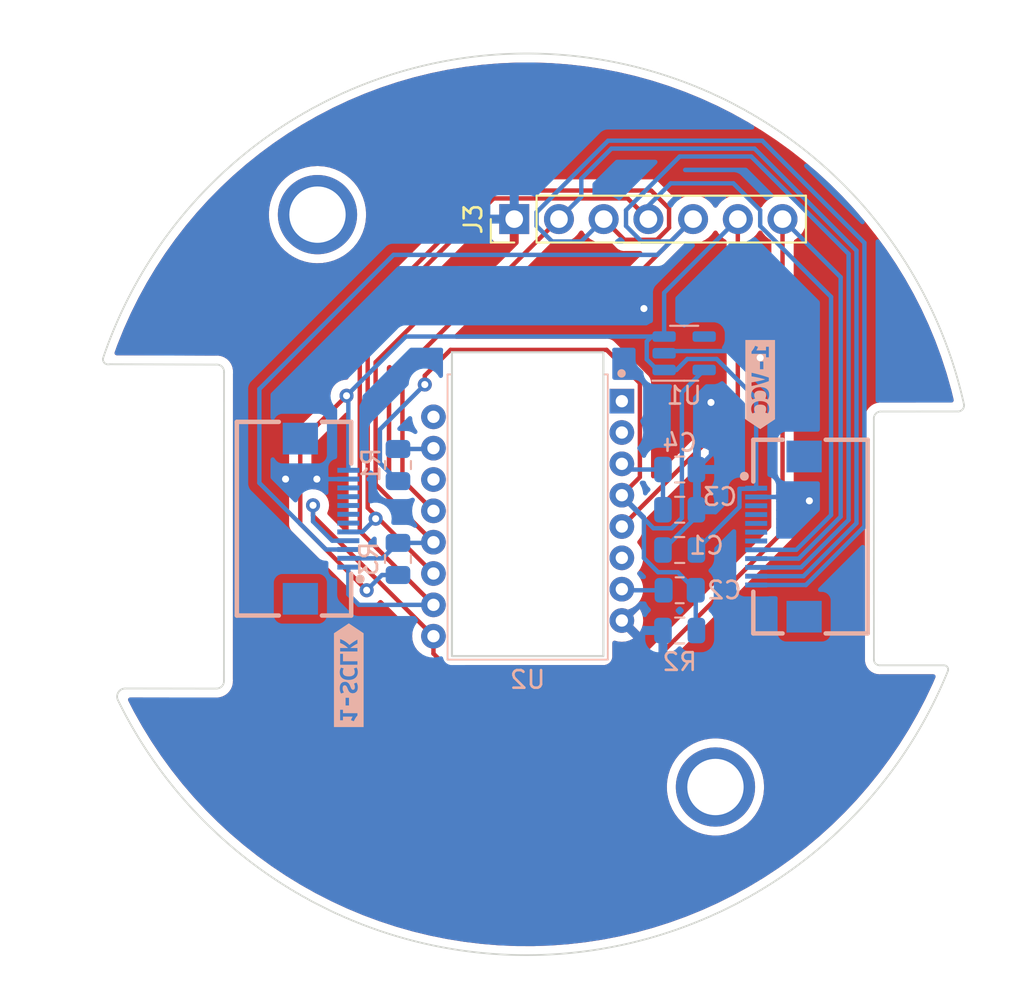
<source format=kicad_pcb>
(kicad_pcb (version 20211014) (generator pcbnew)
  (layers (0 "F.Cu" signal) (31 "B.Cu" signal) (34 "B.Paste" user) (35 "F.Paste" user) (36 "B.SilkS" user "B.Silkscreen") (37 "F.SilkS" user "F.Silkscreen") (38 "B.Mask" user) (39 "F.Mask" user) (44 "Edge.Cuts" user))
  (net 0 "")
  (net 1 "VCC")
  (net 2 "GND")
  (net 3 "VDD")
  (net 4 "Net-(C3-Pad1)")
  (net 10 "MOSI")
  (net 11 "MOTION")
  (net 12 "NCS")
  (net 13 "MISO")
  (net 14 "SCLK")
  (net 20 "Net-(R1-Pad2)")
  (net 21 "Net-(R2-Pad1)")
  (footprint "Connector_PinHeader_2.54mm:PinHeader_1x07_P2.54mm_Vertical" (layer "F.Cu") (at 153.67 46.99 90)
    (fp_text reference "J3" (at 0 -2.33 90) (layer "F.SilkS"))
    (fp_text value "Conn_01x06_Female")
    (fp_line (start -1.33 16.57) (end 1.33 16.57) (layer "F.SilkS") (width 0.12))
    (fp_line (start -1.33 1.27) (end 1.33 1.27) (layer "F.SilkS") (width 0.12))
    (fp_line (start 1.33 1.27) (end 1.33 16.57) (layer "F.SilkS") (width 0.12))
    (fp_line (start -1.33 -1.33) (end 0 -1.33) (layer "F.SilkS") (width 0.12))
    (fp_line (start -1.33 1.27) (end -1.33 16.57) (layer "F.SilkS") (width 0.12))
    (fp_line (start -1.33 0) (end -1.33 -1.33) (layer "F.SilkS") (width 0.12))
    (pad "1" thru_hole rect (at 0 0 90) (size 1.7 1.7) (drill 1) (layers *.Cu *.Mask) (net 2 "GND"))
    (pad "2" thru_hole oval (at 0 2.54 90) (size 1.7 1.7) (drill 1) (layers *.Cu *.Mask) (net 13 "MISO"))
    (pad "3" thru_hole oval (at 0 5.08 90) (size 1.7 1.7) (drill 1) (layers *.Cu *.Mask) (net 14 "SCLK"))
    (pad "4" thru_hole oval (at 0 7.62 90) (size 1.7 1.7) (drill 1) (layers *.Cu *.Mask) (net 10 "MOSI"))
    (pad "5" thru_hole oval (at 0 10.16 90) (size 1.7 1.7) (drill 1) (layers *.Cu *.Mask) (net 12 "NCS"))
    (pad "6" thru_hole oval (at 0 12.7 90) (size 1.7 1.7) (drill 1) (layers *.Cu *.Mask) (net 1 "VCC"))
    (pad "7" thru_hole oval (at 0 15.24 90) (size 1.7 1.7) (drill 1) (layers *.Cu *.Mask) (net 11 "MOTION"))
  )
  (footprint "" (layer "F.Cu") (at 142.494 46.736)
    (fp_text reference "" (at 0 0) (layer "F.SilkS") (effects (font (size 1.27 1.27))))
    (fp_text value "" (at 0 0) (layer "F.SilkS") (effects (font (size 1.27 1.27))))
    (pad "1" thru_hole circle (at 0 0) (size 4.5 4.5) (drill 3.2) (layers *.Cu *.Mask))
  )
  (footprint "" (layer "F.Cu") (at 165.1 79.248)
    (fp_text reference "" (at 0 0) (layer "F.SilkS") (effects (font (size 1.27 1.27))))
    (fp_text value "" (at 0 0) (layer "F.SilkS") (effects (font (size 1.27 1.27))))
    (pad "1" thru_hole circle (at 0 0) (size 4.5 4.5) (drill 3.2) (layers *.Cu *.Mask))
  )
  (footprint "Resistor_SMD:R_0805_2012Metric" (layer "B.Cu") (at 147.066 60.96 90)
    (fp_text reference "R1" (at 0 -1.524 90) (layer "B.SilkS") (effects (justify mirror)))
    (fp_text value "39")
    (fp_line (start -0.227064 -0.735) (end 0.227064 -0.735) (layer "B.SilkS") (width 0.12))
    (fp_line (start -0.227064 0.735) (end 0.227064 0.735) (layer "B.SilkS") (width 0.12))
    (pad "1" smd roundrect (at -0.9125 0 90) (size 1.025 1.4) (layers "B.Cu" "B.Paste" "B.Mask") (roundrect_rratio 0.243902) (net 3 "VDD"))
    (pad "2" smd roundrect (at 0.9125 0 90) (size 1.025 1.4) (layers "B.Cu" "B.Paste" "B.Mask") (roundrect_rratio 0.243902) (net 20 "Net-(R1-Pad2)"))
  )
  (footprint "Alaa:PMW3360DM-T2QU" (layer "B.Cu") (at 154.432 62.992 -90)
    (fp_text reference "U2" (at 10.16 0) (layer "B.SilkS") (effects (justify mirror)))
    (fp_text value "PMW3360DM-T2QU")
    (fp_line (start -7.18 -4.55) (end -7.18 -4.318) (layer "B.SilkS") (width 0.1))
    (fp_line (start 9.02 4.55) (end 9.02 -4.55) (layer "B.SilkS") (width 0.1))
    (fp_line (start -7.18 4.55) (end 9.02 4.55) (layer "B.SilkS") (width 0.1))
    (fp_line (start 9.02 -4.55) (end -7.18 -4.55) (layer "B.SilkS") (width 0.1))
    (fp_line (start -7.18 4.318) (end -7.18 4.55) (layer "B.SilkS") (width 0.1))
    (fp_circle (center -7.239 -5.334) (end -7.059395 -5.334) (layer "B.SilkS") (width 0.12) (fill solid))
    (fp_rect (start -8.44 4.3) (end 8.82 -4.3) (layer "Edge.Cuts") (width 0.12) (fill none))
    (pad "1" thru_hole rect (at -5.66 -5.35 270) (size 1.4 1.4) (drill 0.7) (layers *.Cu *.Mask))
    (pad "2" thru_hole circle (at -3.88 -5.35 270) (size 1.4 1.4) (drill 0.7) (layers *.Cu *.Mask))
    (pad "3" thru_hole circle (at -2.1 -5.35 270) (size 1.4 1.4) (drill 0.7) (layers *.Cu *.Mask) (net 4 "Net-(C3-Pad1)"))
    (pad "4" thru_hole circle (at -0.32 -5.35 270) (size 1.4 1.4) (drill 0.7) (layers *.Cu *.Mask) (net 3 "VDD"))
    (pad "5" thru_hole circle (at 1.46 -5.35 270) (size 1.4 1.4) (drill 0.7) (layers *.Cu *.Mask) (net 1 "VCC"))
    (pad "6" thru_hole circle (at 3.24 -5.35 270) (size 1.4 1.4) (drill 0.7) (layers *.Cu *.Mask))
    (pad "7" thru_hole circle (at 5.02 -5.35 270) (size 1.4 1.4) (drill 0.7) (layers *.Cu *.Mask) (net 21 "Net-(R2-Pad1)"))
    (pad "8" thru_hole circle (at 6.8 -5.35 270) (size 1.4 1.4) (drill 0.7) (layers *.Cu *.Mask) (net 2 "GND"))
    (pad "9" thru_hole circle (at 7.69 5.35 270) (size 1.4 1.4) (drill 0.7) (layers *.Cu *.Mask) (net 11 "MOTION"))
    (pad "10" thru_hole circle (at 5.91 5.35 270) (size 1.4 1.4) (drill 0.7) (layers *.Cu *.Mask) (net 14 "SCLK"))
    (pad "11" thru_hole circle (at 4.13 5.35 270) (size 1.4 1.4) (drill 0.7) (layers *.Cu *.Mask) (net 10 "MOSI"))
    (pad "12" thru_hole circle (at 2.35 5.35 270) (size 1.4 1.4) (drill 0.7) (layers *.Cu *.Mask) (net 13 "MISO"))
    (pad "13" thru_hole circle (at 0.57 5.35 270) (size 1.4 1.4) (drill 0.7) (layers *.Cu *.Mask) (net 12 "NCS"))
    (pad "14" thru_hole circle (at -1.21 5.35 270) (size 1.4 1.4) (drill 0.7) (layers *.Cu *.Mask))
    (pad "15" thru_hole circle (at -2.99 5.35 270) (size 1.4 1.4) (drill 0.7) (layers *.Cu *.Mask) (net 20 "Net-(R1-Pad2)"))
    (pad "16" thru_hole circle (at -4.77 5.35 270) (size 1.4 1.4) (drill 0.7) (layers *.Cu *.Mask))
  )
  (footprint "Capacitor_SMD:C_0805_2012Metric" (layer "B.Cu") (at 163.068 65.786 180)
    (fp_text reference "C1" (at -1.524 0.254) (layer "B.SilkS") (effects (justify mirror)))
    (fp_text value "0.1uF")
    (fp_line (start -0.261252 0.735) (end 0.261252 0.735) (layer "B.SilkS") (width 0.12))
    (fp_line (start -0.261252 -0.735) (end 0.261252 -0.735) (layer "B.SilkS") (width 0.12))
    (pad "1" smd roundrect (at -0.95 0 180) (size 1 1.45) (layers "B.Cu" "B.Paste" "B.Mask") (net 1 "VCC"))
    (pad "2" smd roundrect (at 0.95 0 180) (size 1 1.45) (layers "B.Cu" "B.Paste" "B.Mask") (net 2 "GND"))
  )
  (footprint "Alaa:FPC-SMD_FPC05012-09200-.5mm-rev" (layer "B.Cu") (at 142.884 64.008 90)
    (fp_text reference "J2" hide)
    (fp_text value "Conn_01x12_Female" hide)
    (fp_line (start 5.5 -4.971) (end 5.5 -2.588) (layer "B.SilkS") (width 0.254))
    (fp_line (start 5.5 1.524) (end 3.131 1.524) (layer "B.SilkS") (width 0.254))
    (fp_line (start -5.5 -0.137) (end -5.5 1.524) (layer "B.SilkS") (width 0.254))
    (fp_line (start 5.5 -4.971) (end -5.5 -4.971) (layer "B.SilkS") (width 0.254))
    (fp_line (start -5.5 -4.971) (end -5.5 -2.588) (layer "B.SilkS") (width 0.254))
    (fp_line (start 5.5 -0.137) (end 5.5 1.524) (layer "B.SilkS") (width 0.254))
    (fp_line (start -5.5 1.524) (end -3.131 1.524) (layer "B.SilkS") (width 0.254))
    (fp_circle (center -3.429 2.032) (end -3.302 2.032) (layer "B.SilkS") (width 0.254) (fill none))
    (pad "1" smd rect (at -2.75 1.362 90) (size 0.28 1.25) (layers "B.Cu" "B.Paste" "B.Mask") (net 14 "SCLK"))
    (pad "2" smd rect (at -2.25 1.362 90) (size 0.28 1.25) (layers "B.Cu" "B.Paste" "B.Mask") (net 13 "MISO"))
    (pad "3" smd rect (at -1.75 1.362 90) (size 0.28 1.25) (layers "B.Cu" "B.Paste" "B.Mask") (net 12 "NCS"))
    (pad "4" smd rect (at -1.25 1.362 90) (size 0.28 1.25) (layers "B.Cu" "B.Paste" "B.Mask") (net 11 "MOTION"))
    (pad "5" smd rect (at -0.75 1.362 90) (size 0.28 1.25) (layers "B.Cu" "B.Paste" "B.Mask") (net 10 "MOSI"))
    (pad "6" smd rect (at -0.25 1.362 90) (size 0.28 1.25) (layers "B.Cu" "B.Paste" "B.Mask"))
    (pad "7" smd rect (at 0.25 1.362 90) (size 0.28 1.25) (layers "B.Cu" "B.Paste" "B.Mask"))
    (pad "8" smd rect (at 0.75 1.362 90) (size 0.28 1.25) (layers "B.Cu" "B.Paste" "B.Mask"))
    (pad "9" smd rect (at 1.25 1.362 90) (size 0.28 1.25) (layers "B.Cu" "B.Paste" "B.Mask"))
    (pad "10" smd rect (at 1.75 1.362 90) (size 0.28 1.25) (layers "B.Cu" "B.Paste" "B.Mask"))
    (pad "11" smd rect (at 2.25 1.362 90) (size 0.28 1.25) (layers "B.Cu" "B.Paste" "B.Mask") (net 2 "GND"))
    (pad "12" smd rect (at 2.75 1.362 90) (size 0.28 1.25) (layers "B.Cu" "B.Paste" "B.Mask") (net 1 "VCC"))
    (pad "13" smd rect (at 4.55 -1.362 90) (size 1.8 2) (layers "B.Cu" "B.Paste" "B.Mask"))
    (pad "14" smd rect (at -4.55 -1.362 90) (size 1.8 2) (layers "B.Cu" "B.Paste" "B.Mask"))
  )
  (footprint "Capacitor_SMD:C_0805_2012Metric" (layer "B.Cu") (at 163.068 61.214)
    (fp_text reference "C3" (at 2.286 1.551) (layer "B.SilkS") (effects (justify mirror)))
    (fp_text value "4.7uF")
    (fp_line (start -0.261252 0.735) (end 0.261252 0.735) (layer "B.SilkS") (width 0.12))
    (fp_line (start -0.261252 -0.735) (end 0.261252 -0.735) (layer "B.SilkS") (width 0.12))
    (pad "1" smd roundrect (at -0.95 0) (size 1 1.45) (layers "B.Cu" "B.Paste" "B.Mask") (net 4 "Net-(C3-Pad1)"))
    (pad "2" smd roundrect (at 0.95 0) (size 1 1.45) (layers "B.Cu" "B.Paste" "B.Mask") (net 2 "GND"))
  )
  (footprint "Resistor_SMD:R_0805_2012Metric" (layer "B.Cu") (at 163.068 68.072)
    (fp_text reference "R2" (at 0 4.064) (layer "B.SilkS") (effects (justify mirror)))
    (fp_text value "10K")
    (fp_line (start -0.227064 0.735) (end 0.227064 0.735) (layer "B.SilkS") (width 0.12))
    (fp_line (start -0.227064 -0.735) (end 0.227064 -0.735) (layer "B.SilkS") (width 0.12))
    (pad "1" smd roundrect (at -0.9125 0) (size 1.025 1.4) (layers "B.Cu" "B.Paste" "B.Mask") (roundrect_rratio 0.243902) (net 21 "Net-(R2-Pad1)"))
    (pad "2" smd roundrect (at 0.9125 0) (size 1.025 1.4) (layers "B.Cu" "B.Paste" "B.Mask") (roundrect_rratio 0.243902) (net 3 "VDD"))
  )
  (footprint "Alaa:FPC-SMD_FPC05012-09200-.5mm-rev" (layer "B.Cu") (at 168.774 65.024 -90)
    (fp_text reference "J1" hide)
    (fp_text value "Conn_01x12_Female" hide)
    (fp_line (start 5.5 -4.971) (end 5.5 -2.588) (layer "B.SilkS") (width 0.254))
    (fp_line (start 5.5 -0.137) (end 5.5 1.524) (layer "B.SilkS") (width 0.254))
    (fp_line (start -5.5 -0.137) (end -5.5 1.524) (layer "B.SilkS") (width 0.254))
    (fp_line (start 5.5 1.524) (end 3.131 1.524) (layer "B.SilkS") (width 0.254))
    (fp_line (start 5.5 -4.971) (end -5.5 -4.971) (layer "B.SilkS") (width 0.254))
    (fp_line (start -5.5 -4.971) (end -5.5 -2.588) (layer "B.SilkS") (width 0.254))
    (fp_line (start -5.5 1.524) (end -3.131 1.524) (layer "B.SilkS") (width 0.254))
    (fp_circle (center -3.429 2.032) (end -3.302 2.032) (layer "B.SilkS") (width 0.254) (fill none))
    (pad "1" smd rect (at -2.75 1.362 270) (size 0.28 1.25) (layers "B.Cu" "B.Paste" "B.Mask") (net 1 "VCC"))
    (pad "2" smd rect (at -2.25 1.362 270) (size 0.28 1.25) (layers "B.Cu" "B.Paste" "B.Mask") (net 2 "GND"))
    (pad "3" smd rect (at -1.75 1.362 270) (size 0.28 1.25) (layers "B.Cu" "B.Paste" "B.Mask"))
    (pad "4" smd rect (at -1.25 1.362 270) (size 0.28 1.25) (layers "B.Cu" "B.Paste" "B.Mask"))
    (pad "5" smd rect (at -0.75 1.362 270) (size 0.28 1.25) (layers "B.Cu" "B.Paste" "B.Mask"))
    (pad "6" smd rect (at -0.25 1.362 270) (size 0.28 1.25) (layers "B.Cu" "B.Paste" "B.Mask"))
    (pad "7" smd rect (at 0.25 1.362 270) (size 0.28 1.25) (layers "B.Cu" "B.Paste" "B.Mask"))
    (pad "8" smd rect (at 0.75 1.362 270) (size 0.28 1.25) (layers "B.Cu" "B.Paste" "B.Mask") (net 10 "MOSI"))
    (pad "9" smd rect (at 1.25 1.362 270) (size 0.28 1.25) (layers "B.Cu" "B.Paste" "B.Mask") (net 11 "MOTION"))
    (pad "10" smd rect (at 1.75 1.362 270) (size 0.28 1.25) (layers "B.Cu" "B.Paste" "B.Mask") (net 12 "NCS"))
    (pad "11" smd rect (at 2.25 1.362 270) (size 0.28 1.25) (layers "B.Cu" "B.Paste" "B.Mask") (net 13 "MISO"))
    (pad "12" smd rect (at 2.75 1.362 270) (size 0.28 1.25) (layers "B.Cu" "B.Paste" "B.Mask") (net 14 "SCLK"))
    (pad "13" smd rect (at 4.55 -1.362 270) (size 1.8 2) (layers "B.Cu" "B.Paste" "B.Mask"))
    (pad "14" smd rect (at -4.55 -1.362 270) (size 1.8 2) (layers "B.Cu" "B.Paste" "B.Mask"))
  )
  (footprint "Resistor_SMD:R_0805_2012Metric" (layer "B.Cu") (at 147.066 66.294 -90)
    (fp_text reference "R3" (at 0 1.65 90) (layer "B.SilkS") (effects (justify mirror)))
    (fp_text value "10K")
    (fp_line (start -0.227064 0.735) (end 0.227064 0.735) (layer "B.SilkS") (width 0.12))
    (fp_line (start -0.227064 -0.735) (end 0.227064 -0.735) (layer "B.SilkS") (width 0.12))
    (pad "1" smd roundrect (at -0.9125 0 270) (size 1.025 1.4) (layers "B.Cu" "B.Paste" "B.Mask") (roundrect_rratio 0.243902) (net 13 "MISO"))
    (pad "2" smd roundrect (at 0.9125 0 270) (size 1.025 1.4) (layers "B.Cu" "B.Paste" "B.Mask") (roundrect_rratio 0.243902) (net 1 "VCC"))
  )
  (footprint "Capacitor_SMD:C_0805_2012Metric" (layer "B.Cu") (at 163.068 70.358 180)
    (fp_text reference "C2" (at -2.54 2.286) (layer "B.SilkS") (effects (justify mirror)))
    (fp_text value "1uF")
    (fp_line (start -0.261252 -0.735) (end 0.261252 -0.735) (layer "B.SilkS") (width 0.12))
    (fp_line (start -0.261252 0.735) (end 0.261252 0.735) (layer "B.SilkS") (width 0.12))
    (pad "1" smd roundrect (at -0.95 0 180) (size 1 1.45) (layers "B.Cu" "B.Paste" "B.Mask") (net 3 "VDD"))
    (pad "2" smd roundrect (at 0.95 0 180) (size 1 1.45) (layers "B.Cu" "B.Paste" "B.Mask") (net 2 "GND"))
  )
  (footprint "kibuzzard-63793EB1" (layer "B.Cu") (at 144.272 72.898 90)
    (fp_text reference "kibuzzard-63793EB1" hide)
    (fp_text value "G***" hide)
    (fp_poly (pts (xy -2.615583 0.843492) (xy -2.946312 0.843492) (xy -2.946312 -0.843492) (xy -2.615583 -0.843492) (xy -1.96312 -0.843492) (xy -1.96312 -0.492125) (xy -2.56002 -0.492125) (xy -2.56002 -0.3302) (xy -2.353645 -0.3302) (xy -2.353645 0.219075) (xy -2.455245 0.162719) (xy -2.552083 0.123825) (xy -2.615583 0.28575) (xy -2.533033 0.322263) (xy -2.444133 0.371475) (xy -2.359995 0.428625) (xy -2.291733 0.490538) (xy -2.158383 0.490538) (xy -2.158383 -0.3302) (xy -1.96312 -0.3302) (xy -1.96312 -0.492125) (xy -1.96312 -0.843492) (xy -1.28367 -0.843492) (xy -1.28367 -0.180975) (xy -1.718645 -0.180975) (xy -1.718645 0.011113) (xy -1.28367 0.011113) (xy -1.28367 -0.180975) (xy -1.28367 -0.843492) (xy -0.735983 -0.843492) (xy -0.735983 -0.512762) (xy -0.845917 -0.506214) (xy -0.931245 -0.486569) (xy -1.040783 -0.43815) (xy -0.983633 -0.2794) (xy -0.881239 -0.327025) (xy -0.815159 -0.343694) (xy -0.735983 -0.34925) (xy -0.654226 -0.338931) (xy -0.602633 -0.310356) (xy -0.576439 -0.269081) (xy -0.569295 -0.22225) (xy -0.586758 -0.168275) (xy -0.631208 -0.126206) (xy -0.691533 -0.092869) (xy -0.758208 -0.065087) (xy -0.850283 -0.028575) (xy -0.936801 0.023813) (xy -1.001095 0.102394) (xy -1.026495 0.219075) (xy -1.004072 0.342106) (xy -0.936801 0.434975) (xy -0.869509 0.47819) (xy -0.787224 0.504119) (xy -0.689945 0.512763) (xy -0.605212 0.507603) (xy -0.531989 0.492125) (xy -0.418483 0.446088) (xy -0.475633 0.295275) (xy -0.563739 0.333375) (xy -0.675658 0.34925) (xy -0.762088 0.336726) (xy -0.813947 0.299156) (xy -0.831233 0.236538) (xy -0.815358 0.186531) (xy -0.774876 0.148431) (xy -0.719314 0.119063) (xy -0.658195 0.09525) (xy -0.562151 0.056356) (xy -0.470076 -0.000794) (xy -0.40102 -0.089694) (xy -0.38078 -0.14982) (xy -0.374033 -0.223837) (xy -0.396456 -0.346273) (xy -0.463726 -0.437356) (xy -0.533841 -0.479249) (xy -0.624593 -0.504384) (xy -0.735983 -0.512762) (xy -0.735983 -0.843492) (xy 0.159367 -0.843492) (xy 0.159367 -0.512762) (xy 0.031662 -0.497946) (xy -0.074172 -0.453496) (xy -0.158133 -0.379412) (xy -0.206055 -0.305693) (xy -0.240286 -0.217884) (xy -0.260824 -0.115987) (xy -0.26767 0) (xy -0.259336 0.115491) (xy -0.234333 0.217488) (xy -0.194447 0.305395) (xy -0.141464 0.378619) (xy -0.076376 0.436563) (xy -0.000176 0.478631) (xy 0.08535 0.50423) (xy 0.178417 0.512763) (xy 0.272874 0.504031) (xy 0.346692 0.484188) (xy 0.399874 0.460375) (xy 0.432417 0.441325) (xy 0.381617 0.28575) (xy 0.293511 0.326231) (xy 0.175242 0.3429) (xy 0.085549 0.326231) (xy 0.007761 0.270669) (xy -0.047801 0.166688) (xy -0.063875 0.093663) (xy -0.069233 0.004763) (xy -0.062794 -0.09869) (xy -0.04348 -0.184679) (xy -0.011289 -0.253206) (xy 0.06511 -0.320477) (xy 0.178417 -0.3429) (xy 0.304624 -0.325437) (xy 0.384792 -0.290512) (xy 0.434005 -0.4445) (xy 0.322086 -0.491331) (xy 0.246085 -0.507405) (xy 0.159367 -0.512762) (xy 0.159367 -0.843492) (xy 1.213467 -0.843492) (xy 1.213467 -0.492125) (xy 0.59593 -0.492125) (xy 0.59593 0.490538) (xy 0.79278 0.490538) (xy 0.79278 -0.3302) (xy 1.213467 -0.3302) (xy 1.213467 -0.492125) (xy 1.213467 -0.843492) (xy 1.832592 -0.843492) (xy 1.832592 -0.492125) (xy 1.782586 -0.372269) (xy 1.748256 -0.308769) (xy 1.710355 -0.246856) (xy 1.669675 -0.187722) (xy 1.627011 -0.132556) (xy 1.543667 -0.042862) (xy 1.543667 -0.492125) (xy 1.348405 -0.492125) (xy 1.348405 0.490538) (xy 1.543667 0.490538) (xy 1.543667 0.08255) (xy 1.616692 0.180975) (xy 1.688924 0.288925) (xy 1.75163 0.395288) (xy 1.799255 0.490538) (xy 2.019917 0.490538) (xy 1.966736 0.392906) (xy 1.933597 0.336947) (xy 1.896092 0.278606) (xy 1.855016 0.21848) (xy 1.811161 0.157163) (xy 1.764925 0.096441) (xy 1.716705 0.0381) (xy 1.766314 -0.013097) (xy 1.816717 -0.071437) (xy 1.866128 -0.135533) (xy 1.912761 -0.203994) (xy 1.955822 -0.275431) (xy 1.994517 -0.348456) (xy 2.027458 -0.421283) (xy 2.053255 -0.492125) (xy 1.832592 -0.492125) (xy 1.832592 -0.843492) (xy 2.053255 -0.843492) (xy 2.383984 -0.843492) (xy 2.946312 0) (xy 2.383984 0.843492) (xy 2.053255 0.843492) (xy -2.615583 0.843492)) (layer "B.SilkS") (width 0) (fill solid))
  )
  (footprint "Package_TO_SOT_SMD:SOT-23-5" (layer "B.Cu") (at 163.322 54.61)
    (fp_text reference "U1" (at 0 2.4) (layer "B.SilkS") (effects (justify mirror)))
    (fp_text value "TCR2EF19,LM(CT")
    (fp_line (start 0 1.56) (end -1.8 1.56) (layer "B.SilkS") (width 0.12))
    (fp_line (start 0 -1.56) (end -0.8 -1.56) (layer "B.SilkS") (width 0.12))
    (fp_line (start 0 -1.56) (end 0.8 -1.56) (layer "B.SilkS") (width 0.12))
    (fp_line (start 0 1.56) (end 0.8 1.56) (layer "B.SilkS") (width 0.12))
    (pad "1" smd roundrect (at -1.1375 0.95) (size 1.325 0.6) (layers "B.Cu" "B.Paste" "B.Mask") (net 1 "VCC"))
    (pad "2" smd roundrect (at -1.1375 0) (size 1.325 0.6) (layers "B.Cu" "B.Paste" "B.Mask") (net 2 "GND"))
    (pad "3" smd roundrect (at -1.1375 -0.95) (size 1.325 0.6) (layers "B.Cu" "B.Paste" "B.Mask") (net 1 "VCC"))
    (pad "4" smd roundrect (at 1.1375 -0.95) (size 1.325 0.6) (layers "B.Cu" "B.Paste" "B.Mask"))
    (pad "5" smd roundrect (at 1.1375 0.95) (size 1.325 0.6) (layers "B.Cu" "B.Paste" "B.Mask") (net 3 "VDD"))
  )
  (footprint "Capacitor_SMD:C_0805_2012Metric" (layer "B.Cu") (at 163.068 63.5 180)
    (fp_text reference "C4" (at 0 3.81) (layer "B.SilkS") (effects (justify mirror)))
    (fp_text value "0.1uF")
    (fp_line (start -0.261252 -0.735) (end 0.261252 -0.735) (layer "B.SilkS") (width 0.12))
    (fp_line (start -0.261252 0.735) (end 0.261252 0.735) (layer "B.SilkS") (width 0.12))
    (pad "1" smd roundrect (at -0.95 0 180) (size 1 1.45) (layers "B.Cu" "B.Paste" "B.Mask") (net 2 "GND"))
    (pad "2" smd roundrect (at 0.95 0 180) (size 1 1.45) (layers "B.Cu" "B.Paste" "B.Mask") (net 4 "Net-(C3-Pad1)"))
  )
  (footprint "kibuzzard-63793EC8" (layer "B.Cu") (at 167.64 56.388 -90)
    (fp_text reference "kibuzzard-63793EC8" hide)
    (fp_text value "G***" hide)
    (fp_poly (pts (xy -2.202833 0.843492) (xy -2.533562 0.843492) (xy -2.533562 -0.843492) (xy -2.202833 -0.843492) (xy -1.55037 -0.843492) (xy -1.55037 -0.492125) (xy -2.14727 -0.492125) (xy -2.14727 -0.3302) (xy -1.940895 -0.3302) (xy -1.940895 0.219075) (xy -2.042495 0.162719) (xy -2.139333 0.123825) (xy -2.202833 0.28575) (xy -2.120283 0.322263) (xy -2.031383 0.371475) (xy -1.947245 0.428625) (xy -1.878983 0.490538) (xy -1.745633 0.490538) (xy -1.745633 -0.3302) (xy -1.55037 -0.3302) (xy -1.55037 -0.492125) (xy -1.55037 -0.843492) (xy -0.87092 -0.843492) (xy -0.87092 -0.180975) (xy -1.305895 -0.180975) (xy -1.305895 0.011113) (xy -0.87092 0.011113) (xy -0.87092 -0.180975) (xy -0.87092 -0.843492) (xy -0.396258 -0.843492) (xy -0.396258 -0.492125) (xy -0.435548 -0.375444) (xy -0.47722 -0.244475) (xy -0.505266 -0.152488) (xy -0.532253 -0.060678) (xy -0.558183 0.030956) (xy -0.582701 0.120826) (xy -0.605455 0.207345) (xy -0.626445 0.290513) (xy -0.652639 0.401638) (xy -0.670895 0.490538) (xy -0.46452 0.490538) (xy -0.452614 0.408186) (xy -0.435945 0.313531) (xy -0.415903 0.211138) (xy -0.393876 0.105569) (xy -0.370064 -0.000794) (xy -0.344664 -0.105569) (xy -0.318669 -0.204192) (xy -0.29307 -0.2921) (xy -0.26767 -0.205383) (xy -0.24227 -0.107156) (xy -0.217664 -0.002381) (xy -0.194645 0.103981) (xy -0.173214 0.209748) (xy -0.15337 0.312738) (xy -0.135908 0.407988) (xy -0.12162 0.490538) (xy 0.083167 0.490538) (xy 0.061935 0.389731) (xy 0.036336 0.277813) (xy 0.00657 0.157361) (xy -0.027164 0.030956) (xy -0.05177 -0.055827) (xy -0.077964 -0.143669) (xy -0.105745 -0.232569) (xy -0.134673 -0.321028) (xy -0.164306 -0.407547) (xy -0.194645 -0.492125) (xy -0.396258 -0.492125) (xy -0.396258 -0.843492) (xy 0.572117 -0.843492) (xy 0.572117 -0.512762) (xy 0.444412 -0.497946) (xy 0.338578 -0.453496) (xy 0.254617 -0.379412) (xy 0.206695 -0.305693) (xy 0.172464 -0.217884) (xy 0.151926 -0.115987) (xy 0.14508 0) (xy 0.153414 0.115491) (xy 0.178417 0.217488) (xy 0.218303 0.305395) (xy 0.271286 0.378619) (xy 0.336374 0.436563) (xy 0.412574 0.478631) (xy 0.4981 0.50423) (xy 0.591167 0.512763) (xy 0.685624 0.504031) (xy 0.759442 0.484188) (xy 0.812624 0.460375) (xy 0.845167 0.441325) (xy 0.794367 0.28575) (xy 0.706261 0.326231) (xy 0.587992 0.3429) (xy 0.498299 0.326231) (xy 0.420511 0.270669) (xy 0.364949 0.166688) (xy 0.348875 0.093663) (xy 0.343517 0.004763) (xy 0.349956 -0.09869) (xy 0.36927 -0.184679) (xy 0.401461 -0.253206) (xy 0.47786 -0.320477) (xy 0.591167 -0.3429) (xy 0.717374 -0.325437) (xy 0.797542 -0.290512) (xy 0.846755 -0.4445) (xy 0.734836 -0.491331) (xy 0.658835 -0.507405) (xy 0.572117 -0.512762) (xy 0.572117 -0.843492) (xy 1.365867 -0.843492) (xy 1.365867 -0.512762) (xy 1.238162 -0.497946) (xy 1.132328 -0.453496) (xy 1.048367 -0.379412) (xy 1.000445 -0.305693) (xy 0.966214 -0.217884) (xy 0.945676 -0.115987) (xy 0.93883 0) (xy 0.947164 0.115491) (xy 0.972167 0.217488) (xy 1.012053 0.305395) (xy 1.065036 0.378619) (xy 1.130124 0.436563) (xy 1.206324 0.478631) (xy 1.29185 0.50423) (xy 1.384917 0.512763) (xy 1.479374 0.504031) (xy 1.553192 0.484188) (xy 1.606374 0.460375) (xy 1.638917 0.441325) (xy 1.588117 0.28575) (xy 1.500011 0.326231) (xy 1.381742 0.3429) (xy 1.292049 0.326231) (xy 1.214261 0.270669) (xy 1.158699 0.166688) (xy 1.142625 0.093663) (xy 1.137267 0.004763) (xy 1.143706 -0.09869) (xy 1.16302 -0.184679) (xy 1.195211 -0.253206) (xy 1.27161 -0.320477) (xy 1.384917 -0.3429) (xy 1.511124 -0.325437) (xy 1.591292 -0.290512) (xy 1.640505 -0.4445) (xy 1.528586 -0.491331) (xy 1.452585 -0.507405) (xy 1.365867 -0.512762) (xy 1.365867 -0.843492) (xy 1.640505 -0.843492) (xy 1.971234 -0.843492) (xy 2.533562 0) (xy 1.971234 0.843492) (xy 1.640505 0.843492) (xy -2.202833 0.843492)) (layer "B.SilkS") (width 0) (fill solid))
  )
  (gr_line (start 131.572 73.651238) (end 136.759924 73.657939) (layer "Edge.Cuts") (width 0.1))
  (gr_line (start 174.421636 72.335094) (end 178.054 72.335841) (layer "Edge.Cuts") (width 0.1))
  (gr_arc (start 179.221398 57.538332) (mid 179.144615 57.788441) (end 178.914897 57.916306) (layer "Edge.Cuts") (width 0.1))
  (gr_arc (start 130.681654 55.234614) (mid 130.407144 55.171015) (end 130.308923 54.906914) (layer "Edge.Cuts") (width 0.1))
  (gr_line (start 174.095431 58.332332) (end 174.100366 72.001107) (layer "Edge.Cuts") (width 0.1))
  (gr_arc (start 131.15086 74.298461) (mid 131.187523 73.861691) (end 131.572 73.651238) (layer "Edge.Cuts") (width 0.1))
  (gr_arc (start 136.740433 55.254606) (mid 137.063522 55.366851) (end 137.184525 55.689009) (layer "Edge.Cuts") (width 0.1))
  (gr_arc (start 174.095431 58.332332) (mid 174.194979 58.054346) (end 174.457987 57.920175) (layer "Edge.Cuts") (width 0.1))
  (gr_arc (start 130.308923 54.906914) (mid 155.766364 37.620551) (end 179.221398 57.538332) (layer "Edge.Cuts") (width 0.1))
  (gr_line (start 137.180993 73.206905) (end 137.184525 55.689009) (layer "Edge.Cuts") (width 0.1))
  (gr_line (start 178.914897 57.916306) (end 174.457987 57.920175) (layer "Edge.Cuts") (width 0.1))
  (gr_arc (start 178.308 72.644) (mid 155.26658 88.781634) (end 131.15086 74.298461) (layer "Edge.Cuts") (width 0.1))
  (gr_arc (start 174.421636 72.335094) (mid 174.190264 72.236147) (end 174.100366 72.001107) (layer "Edge.Cuts") (width 0.1))
  (gr_arc (start 137.180993 73.206905) (mid 137.066864 73.521999) (end 136.759924 73.657939) (layer "Edge.Cuts") (width 0.1))
  (gr_arc (start 178.054 72.335841) (mid 178.262668 72.422605) (end 178.308 72.644) (layer "Edge.Cuts") (width 0.1))
  (gr_line (start 136.740433 55.254606) (end 130.681654 55.234614) (layer "Edge.Cuts") (width 0.1))
  (segment (start 141.515489 64.299489) (end 141.515489 59.652511) (width 0.25) (layer "F.Cu") (net 1))
  (segment (start 166.37 46.99) (end 166.37 57.864) (width 0.25) (layer "F.Cu") (net 1))
  (segment (start 166.37 57.864) (end 159.782 64.452) (width 0.25) (layer "F.Cu") (net 1))
  (segment (start 145.288 68.072) (end 141.515489 64.299489) (width 0.25) (layer "F.Cu") (net 1))
  (segment (start 141.515489 59.652511) (end 144.145 57.023) (width 0.25) (layer "F.Cu") (net 1))
  (via (at 144.145 57.023) (size 0.8) (drill 0.4) (layers "F.Cu" "B.Cu") (net 1))
  (via (at 145.288 68.072) (size 0.8) (drill 0.4) (layers "F.Cu" "B.Cu") (net 1))
  (segment (start 163.50452 54.93548) (end 162.88 55.56) (width 0.25) (layer "B.Cu") (net 1))
  (segment (start 167.376511 62.309489) (end 167.412 62.274) (width 0.25) (layer "B.Cu") (net 1))
  (segment (start 166.462489 63.341511) (end 166.462489 62.309489) (width 0.25) (layer "B.Cu") (net 1))
  (segment (start 162.1845 51.1755) (end 166.37 46.99) (width 0.25) (layer "B.Cu") (net 1))
  (segment (start 161.19748 53.94052) (end 161.478 53.66) (width 0.25) (layer "B.Cu") (net 1))
  (segment (start 144.246 61.258) (end 144.246 56.922) (width 0.25) (layer "B.Cu") (net 1))
  (segment (start 162.1845 55.56) (end 161.800928 55.56) (width 0.25) (layer "B.Cu") (net 1))
  (segment (start 164.018 65.786) (end 166.462489 63.341511) (width 0.25) (layer "B.Cu") (net 1))
  (segment (start 167.412 62.274) (end 167.412 57.178928) (width 0.25) (layer "B.Cu") (net 1))
  (segment (start 144.246 56.922) (end 147.508 53.66) (width 0.25) (layer "B.Cu") (net 1))
  (segment (start 161.19748 54.956552) (end 161.19748 53.94052) (width 0.25) (layer "B.Cu") (net 1))
  (segment (start 166.462489 62.309489) (end 167.376511 62.309489) (width 0.25) (layer "B.Cu") (net 1))
  (segment (start 162.88 55.56) (end 162.1845 55.56) (width 0.25) (layer "B.Cu") (net 1))
  (segment (start 161.800928 55.56) (end 161.19748 54.956552) (width 0.25) (layer "B.Cu") (net 1))
  (segment (start 147.508 53.66) (end 162.1845 53.66) (width 0.25) (layer "B.Cu") (net 1))
  (segment (start 167.412 57.178928) (end 165.168552 54.93548) (width 0.25) (layer "B.Cu") (net 1))
  (segment (start 165.168552 54.93548) (end 163.50452 54.93548) (width 0.25) (layer "B.Cu") (net 1))
  (segment (start 147.066 67.2065) (end 146.1535 67.2065) (width 0.25) (layer "B.Cu") (net 1))
  (segment (start 161.478 53.66) (end 162.1845 53.66) (width 0.25) (layer "B.Cu") (net 1))
  (segment (start 146.1535 67.2065) (end 145.288 68.072) (width 0.25) (layer "B.Cu") (net 1))
  (segment (start 162.1845 53.66) (end 162.1845 51.1755) (width 0.25) (layer "B.Cu") (net 1))
  (via (at 164.846 57.404) (size 0.8) (drill 0.4) (layers "F.Cu" "B.Cu") (net 2))
  (via (at 167.64 54.864) (size 0.8) (drill 0.4) (layers "F.Cu" "B.Cu") (net 2))
  (via (at 140.68 61.758) (size 0.8) (drill 0.4) (layers "F.Cu" "B.Cu") (net 2))
  (via (at 142.458 61.758) (size 0.8) (drill 0.4) (layers "F.Cu" "B.Cu") (net 2))
  (via (at 161.036 52.07) (size 0.8) (drill 0.4) (layers "F.Cu" "B.Cu") (net 2))
  (via (at 170.434 62.992) (size 0.8) (drill 0.4) (layers "F.Cu" "B.Cu") (net 2))
  (segment (start 162.30854 54.48596) (end 167.26196 54.48596) (width 0.25) (layer "B.Cu") (net 2))
  (segment (start 164.018 63.886) (end 162.118 65.786) (width 0.25) (layer "B.Cu") (net 2))
  (segment (start 164.018 61.214) (end 164.846 60.386) (width 0.25) (layer "B.Cu") (net 2))
  (segment (start 144.246 61.758) (end 142.458 61.758) (width 0.25) (layer "B.Cu") (net 2))
  (segment (start 170.216 62.774) (end 167.412 62.774) (width 0.25) (layer "B.Cu") (net 2))
  (segment (start 170.434 62.992) (end 170.216 62.774) (width 0.25) (layer "B.Cu") (net 2))
  (segment (start 162.1845 54.61) (end 162.30854 54.48596) (width 0.25) (layer "B.Cu") (net 2))
  (segment (start 142.458 61.758) (end 140.68 61.758) (width 0.25) (layer "B.Cu") (net 2))
  (segment (start 164.846 60.386) (end 164.846 57.404) (width 0.25) (layer "B.Cu") (net 2))
  (segment (start 164.018 63.5) (end 164.018 63.886) (width 0.25) (layer "B.Cu") (net 2))
  (segment (start 167.26196 54.48596) (end 167.64 54.864) (width 0.25) (layer "B.Cu") (net 2))
  (segment (start 160.806511 56.307489) (end 158.918881 54.419859) (width 0.25) (layer "F.Cu") (net 3))
  (segment (start 160.806511 61.647489) (end 160.806511 56.307489) (width 0.25) (layer "F.Cu") (net 3))
  (segment (start 148.59 55.88) (end 148.59 56.388) (width 0.25) (layer "F.Cu") (net 3))
  (segment (start 159.782 62.672) (end 160.806511 61.647489) (width 0.25) (layer "F.Cu") (net 3))
  (segment (start 158.918881 54.419859) (end 150.050141 54.419859) (width 0.25) (layer "F.Cu") (net 3))
  (segment (start 150.050141 54.419859) (end 148.59 55.88) (width 0.25) (layer "F.Cu") (net 3))
  (via (at 148.59 56.388) (size 0.8) (drill 0.4) (layers "F.Cu" "B.Cu") (net 3))
  (segment (start 159.782 62.754) (end 159.782 62.672) (width 0.25) (layer "B.Cu") (net 3))
  (segment (start 146.04148 58.93652) (end 148.59 56.388) (width 0.25) (layer "B.Cu") (net 3))
  (segment (start 162.95598 67.04748) (end 161.841987 67.04748) (width 0.25) (layer "B.Cu") (net 3))
  (segment (start 163.19348 56.82602) (end 163.19348 63.962013) (width 0.25) (layer "B.Cu") (net 3))
  (segment (start 161.841987 67.04748) (end 161.036 66.241493) (width 0.25) (layer "B.Cu") (net 3))
  (segment (start 163.9805 68.072) (end 163.9805 70.3205) (width 0.25) (layer "B.Cu") (net 3))
  (segment (start 164.4595 55.56) (end 163.19348 56.82602) (width 0.25) (layer "B.Cu") (net 3))
  (segment (start 163.9805 68.072) (end 162.95598 67.04748) (width 0.25) (layer "B.Cu") (net 3))
  (segment (start 162.605973 64.54952) (end 161.57752 64.54952) (width 0.25) (layer "B.Cu") (net 3))
  (segment (start 161.57752 64.54952) (end 159.782 62.754) (width 0.25) (layer "B.Cu") (net 3))
  (segment (start 146.04148 60.84798) (end 146.04148 58.93652) (width 0.25) (layer "B.Cu") (net 3))
  (segment (start 163.9805 70.3205) (end 164.018 70.358) (width 0.25) (layer "B.Cu") (net 3))
  (segment (start 161.036 66.241493) (end 161.036 63.926) (width 0.25) (layer "B.Cu") (net 3))
  (segment (start 147.066 61.8725) (end 146.04148 60.84798) (width 0.25) (layer "B.Cu") (net 3))
  (segment (start 161.036 63.926) (end 159.782 62.672) (width 0.25) (layer "B.Cu") (net 3))
  (segment (start 163.19348 63.962013) (end 162.605973 64.54952) (width 0.25) (layer "B.Cu") (net 3))
  (segment (start 160.104 61.214) (end 159.782 60.892) (width 0.25) (layer "B.Cu") (net 4))
  (segment (start 162.118 61.214) (end 160.104 61.214) (width 0.25) (layer "B.Cu") (net 4))
  (segment (start 162.118 63.5) (end 162.118 61.214) (width 0.25) (layer "B.Cu") (net 4))
  (segment (start 145.34648 63.38648) (end 149.082 67.122) (width 0.25) (layer "F.Cu") (net 10))
  (segment (start 145.34648 52.964498) (end 145.34648 63.38648) (width 0.25) (layer "F.Cu") (net 10))
  (segment (start 152.495489 45.815489) (end 145.34648 52.964498) (width 0.25) (layer "F.Cu") (net 10))
  (segment (start 160.115489 45.815489) (end 152.495489 45.815489) (width 0.25) (layer "F.Cu") (net 10))
  (segment (start 161.29 46.99) (end 160.115489 45.815489) (width 0.25) (layer "F.Cu") (net 10))
  (via (at 145.796 64.008) (size 0.8) (drill 0.4) (layers "F.Cu" "B.Cu") (net 10))
  (segment (start 162.56 44.958) (end 161.29 46.228) (width 0.25) (layer "B.Cu") (net 10))
  (segment (start 171.666511 63.800103) (end 171.666511 51.407521) (width 0.25) (layer "B.Cu") (net 10))
  (segment (start 167.412 65.774) (end 169.692614 65.774) (width 0.25) (layer "B.Cu") (net 10))
  (segment (start 169.692614 65.774) (end 171.666511 63.800103) (width 0.25) (layer "B.Cu") (net 10))
  (segment (start 167.64 47.38101) (end 167.64 46.482) (width 0.25) (layer "B.Cu") (net 10))
  (segment (start 161.29 46.228) (end 161.29 46.99) (width 0.25) (layer "B.Cu") (net 10))
  (segment (start 145.046 64.758) (end 145.796 64.008) (width 0.25) (layer "B.Cu") (net 10))
  (segment (start 144.246 64.758) (end 145.046 64.758) (width 0.25) (layer "B.Cu") (net 10))
  (segment (start 166.116 44.958) (end 162.56 44.958) (width 0.25) (layer "B.Cu") (net 10))
  (segment (start 167.64 46.482) (end 166.116 44.958) (width 0.25) (layer "B.Cu") (net 10))
  (segment (start 171.666511 51.407521) (end 167.64 47.38101) (width 0.25) (layer "B.Cu") (net 10))
  (segment (start 160.02 73.66) (end 168.91 64.77) (width 0.25) (layer "F.Cu") (net 11))
  (segment (start 142.24 63.84) (end 149.082 70.682) (width 0.25) (layer "F.Cu") (net 11))
  (segment (start 142.24 63.246) (end 142.24 63.84) (width 0.25) (layer "F.Cu") (net 11))
  (segment (start 151.070051 73.66) (end 160.02 73.66) (width 0.25) (layer "F.Cu") (net 11))
  (segment (start 168.91 64.77) (end 168.91 46.99) (width 0.25) (layer "F.Cu") (net 11))
  (segment (start 149.082 70.682) (end 149.082 71.671949) (width 0.25) (layer "F.Cu") (net 11))
  (segment (start 149.082 71.671949) (end 151.070051 73.66) (width 0.25) (layer "F.Cu") (net 11))
  (via (at 142.24 63.246) (size 0.8) (drill 0.4) (layers "F.Cu" "B.Cu") (net 11))
  (segment (start 142.24 64.166022) (end 142.24 63.246) (width 0.25) (layer "B.Cu") (net 11))
  (segment (start 167.412 66.274) (end 169.828331 66.274) (width 0.25) (layer "B.Cu") (net 11))
  (segment (start 169.828331 66.274) (end 172.212 63.890331) (width 0.25) (layer "B.Cu") (net 11))
  (segment (start 172.212 50.292) (end 168.91 46.99) (width 0.25) (layer "B.Cu") (net 11))
  (segment (start 143.331978 65.258) (end 142.24 64.166022) (width 0.25) (layer "B.Cu") (net 11))
  (segment (start 172.212 63.890331) (end 172.212 50.292) (width 0.25) (layer "B.Cu") (net 11))
  (segment (start 144.246 65.258) (end 143.331978 65.258) (width 0.25) (layer "B.Cu") (net 11))
  (segment (start 159.258 51.562) (end 151.384 51.562) (width 0.25) (layer "F.Cu") (net 12))
  (segment (start 147.32 55.626) (end 147.32 61.8) (width 0.25) (layer "F.Cu") (net 12))
  (segment (start 147.32 61.8) (end 149.082 63.562) (width 0.25) (layer "F.Cu") (net 12))
  (segment (start 163.83 46.99) (end 159.258 51.562) (width 0.25) (layer "F.Cu") (net 12))
  (segment (start 151.384 51.562) (end 147.32 55.626) (width 0.25) (layer "F.Cu") (net 12))
  (segment (start 139.192 61.976) (end 139.192 56.642) (width 0.25) (layer "B.Cu") (net 12))
  (segment (start 146.812 49.022) (end 161.798 49.022) (width 0.25) (layer "B.Cu") (net 12))
  (segment (start 139.192 56.642) (end 146.812 49.022) (width 0.25) (layer "B.Cu") (net 12))
  (segment (start 160.02 47.38101) (end 160.89899 48.26) (width 0.25) (layer "B.Cu") (net 12))
  (segment (start 160.02 46.482) (end 160.02 47.38101) (width 0.25) (layer "B.Cu") (net 12))
  (segment (start 163.068 43.434) (end 160.02 46.482) (width 0.25) (layer "B.Cu") (net 12))
  (segment (start 172.66152 64.076528) (end 172.66152 48.96352) (width 0.25) (layer "B.Cu") (net 12))
  (segment (start 144.246 65.758) (end 142.974 65.758) (width 0.25) (layer "B.Cu") (net 12))
  (segment (start 162.56 48.26) (end 163.83 46.99) (width 0.25) (layer "B.Cu") (net 12))
  (segment (start 142.974 65.758) (end 139.192 61.976) (width 0.25) (layer "B.Cu") (net 12))
  (segment (start 160.89899 48.26) (end 162.56 48.26) (width 0.25) (layer "B.Cu") (net 12))
  (segment (start 172.66152 48.96352) (end 167.132 43.434) (width 0.25) (layer "B.Cu") (net 12))
  (segment (start 167.132 43.434) (end 163.068 43.434) (width 0.25) (layer "B.Cu") (net 12))
  (segment (start 169.964049 66.774) (end 172.66152 64.076528) (width 0.25) (layer "B.Cu") (net 12))
  (segment (start 167.412 66.774) (end 169.964049 66.774) (width 0.25) (layer "B.Cu") (net 12))
  (segment (start 161.798 49.022) (end 163.83 46.99) (width 0.25) (layer "B.Cu") (net 12))
  (segment (start 145.796 62.056) (end 145.796 55.118) (width 0.25) (layer "F.Cu") (net 13))
  (segment (start 150.622 50.292) (end 152.908 50.292) (width 0.25) (layer "F.Cu") (net 13))
  (segment (start 149.082 65.342) (end 145.796 62.056) (width 0.25) (layer "F.Cu") (net 13))
  (segment (start 145.796 55.118) (end 150.622 50.292) (width 0.25) (layer "F.Cu") (net 13))
  (segment (start 152.908 50.292) (end 156.21 46.99) (width 0.25) (layer "F.Cu") (net 13))
  (segment (start 167.412 67.274) (end 170.099765 67.274) (width 0.25) (layer "B.Cu") (net 13))
  (segment (start 173.11104 48.777323) (end 167.318197 42.98448) (width 0.25) (layer "B.Cu") (net 13))
  (segment (start 170.099765 67.274) (end 173.11104 64.262725) (width 0.25) (layer "B.Cu") (net 13))
  (segment (start 157.48 44.694708) (end 157.48 45.72) (width 0.25) (layer "B.Cu") (net 13))
  (segment (start 147.066 65.3815) (end 149.0425 65.3815) (width 0.25) (layer "B.Cu") (net 13))
  (segment (start 159.190228 42.98448) (end 157.48 44.694708) (width 0.25) (layer "B.Cu") (net 13))
  (segment (start 173.11104 64.262725) (end 173.11104 48.777323) (width 0.25) (layer "B.Cu") (net 13))
  (segment (start 157.48 45.72) (end 156.21 46.99) (width 0.25) (layer "B.Cu") (net 13))
  (segment (start 144.246 66.258) (end 146.1895 66.258) (width 0.25) (layer "B.Cu") (net 13))
  (segment (start 146.1895 66.258) (end 147.066 65.3815) (width 0.25) (layer "B.Cu") (net 13))
  (segment (start 167.318197 42.98448) (end 159.190228 42.98448) (width 0.25) (layer "B.Cu") (net 13))
  (segment (start 149.0425 65.3815) (end 149.082 65.342) (width 0.25) (layer "B.Cu") (net 13))
  (segment (start 159.924511 48.164511) (end 161.776499 48.164511) (width 0.25) (layer "F.Cu") (net 14))
  (segment (start 162.464511 47.476499) (end 162.464511 46.386511) (width 0.25) (layer "F.Cu") (net 14))
  (segment (start 161.443969 45.365969) (end 152.309291 45.365969) (width 0.25) (layer "F.Cu") (net 14))
  (segment (start 162.464511 46.386511) (end 161.443969 45.365969) (width 0.25) (layer "F.Cu") (net 14))
  (segment (start 144.89696 64.71696) (end 149.082 68.902) (width 0.25) (layer "F.Cu") (net 14))
  (segment (start 158.75 46.99) (end 159.924511 48.164511) (width 0.25) (layer "F.Cu") (net 14))
  (segment (start 161.776499 48.164511) (end 162.464511 47.476499) (width 0.25) (layer "F.Cu") (net 14))
  (segment (start 152.309291 45.365969) (end 144.89696 52.778301) (width 0.25) (layer "F.Cu") (net 14))
  (segment (start 144.89696 52.778301) (end 144.89696 64.71696) (width 0.25) (layer "F.Cu") (net 14))
  (segment (start 144.246 66.758) (end 144.246 68.3) (width 0.25) (layer "B.Cu") (net 14))
  (segment (start 173.56056 64.448922) (end 173.56056 48.33856) (width 0.25) (layer "B.Cu") (net 14))
  (segment (start 154.94 46.59899) (end 154.94 47.38101) (width 0.25) (layer "B.Cu") (net 14))
  (segment (start 170.235482 67.774) (end 173.56056 64.448922) (width 0.25) (layer "B.Cu") (net 14))
  (segment (start 167.75696 42.53496) (end 159.00403 42.53496) (width 0.25) (layer "B.Cu") (net 14))
  (segment (start 167.412 67.774) (end 170.235482 67.774) (width 0.25) (layer "B.Cu") (net 14))
  (segment (start 159.00403 42.53496) (end 154.94 46.59899) (width 0.25) (layer "B.Cu") (net 14))
  (segment (start 144.848 68.902) (end 149.082 68.902) (width 0.25) (layer "B.Cu") (net 14))
  (segment (start 144.246 68.3) (end 144.848 68.902) (width 0.25) (layer "B.Cu") (net 14))
  (segment (start 173.56056 48.33856) (end 167.75696 42.53496) (width 0.25) (layer "B.Cu") (net 14))
  (segment (start 154.94 47.38101) (end 155.81899 48.26) (width 0.25) (layer "B.Cu") (net 14))
  (segment (start 157.48 48.26) (end 158.75 46.99) (width 0.25) (layer "B.Cu") (net 14))
  (segment (start 155.81899 48.26) (end 157.48 48.26) (width 0.25) (layer "B.Cu") (net 14))
  (segment (start 149.0365 60.0475) (end 149.082 60.002) (width 0.25) (layer "B.Cu") (net 20))
  (segment (start 147.066 60.0475) (end 149.0365 60.0475) (width 0.25) (layer "B.Cu") (net 20))
  (segment (start 162.1555 68.072) (end 159.842 68.072) (width 0.25) (layer "B.Cu") (net 21))
  (segment (start 159.842 68.072) (end 159.782 68.012) (width 0.25) (layer "B.Cu") (net 21))
  (zone (net 2) (net_name "GND") (layers F&B.Cu) (connect_pads (clearance 0.508)) (min_thickness 0.254) (fill yes (thermal_gap 0.508) (thermal_bridge_width 0.508) (island_removal_mode 1) (island_area_min 0))
    (polygon (pts (xy 182.372 34.544) (xy 182.626 90.678) (xy 124.46 91.186) (xy 125.222 34.798)))
  )
)
</source>
